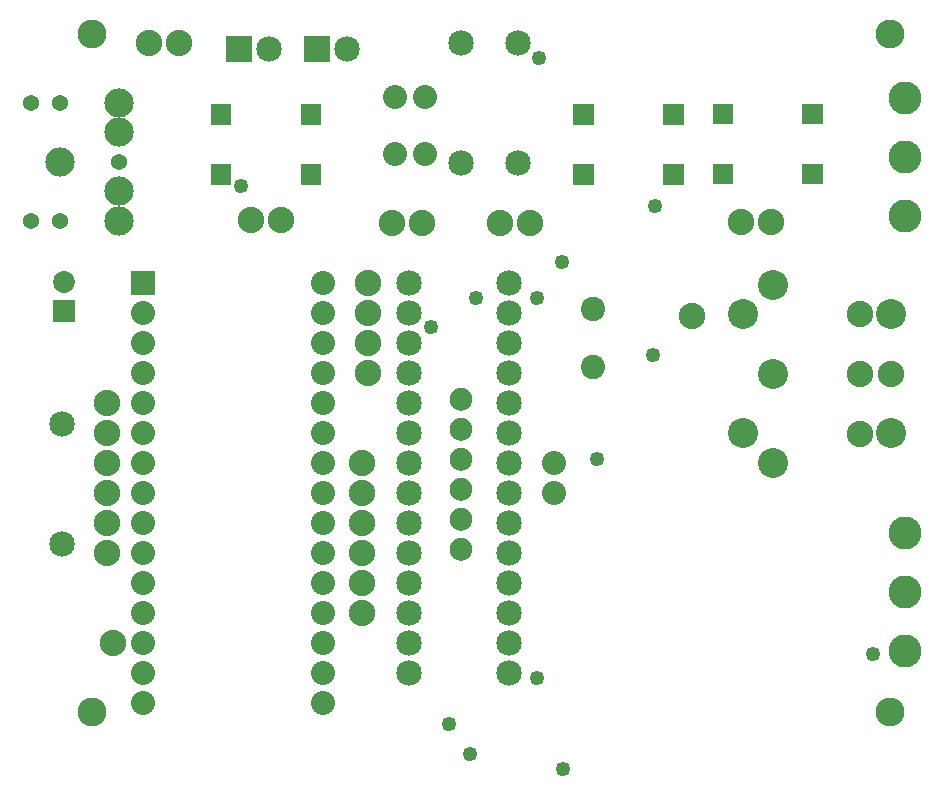
<source format=gbs>
G04 MADE WITH FRITZING*
G04 WWW.FRITZING.ORG*
G04 DOUBLE SIDED*
G04 HOLES PLATED*
G04 CONTOUR ON CENTER OF CONTOUR VECTOR*
%ASAXBY*%
%FSLAX23Y23*%
%MOIN*%
%OFA0B0*%
%SFA1.0B1.0*%
%ADD10C,0.049370*%
%ADD11C,0.110000*%
%ADD12C,0.085000*%
%ADD13C,0.088000*%
%ADD14C,0.080000*%
%ADD15C,0.072992*%
%ADD16C,0.096614*%
%ADD17C,0.100000*%
%ADD18C,0.069370*%
%ADD19C,0.097695*%
%ADD20C,0.097722*%
%ADD21C,0.054000*%
%ADD22C,0.080925*%
%ADD23C,0.080866*%
%ADD24R,0.072992X0.072992*%
%ADD25R,0.085000X0.085000*%
%ADD26R,0.079972X0.080000*%
%ADD27R,0.001000X0.001000*%
%LNMASK0*%
G90*
G70*
G54D10*
X752Y2003D03*
X1384Y1533D03*
X2856Y443D03*
X1534Y1632D03*
X1736Y1632D03*
X1825Y62D03*
X1736Y363D03*
G54D11*
X2964Y1905D03*
X2964Y2102D03*
X2964Y2299D03*
X2964Y455D03*
X2964Y652D03*
X2964Y849D03*
G54D10*
X1936Y1095D03*
G54D12*
X1644Y382D03*
X1644Y482D03*
X1644Y582D03*
X1644Y682D03*
X1644Y782D03*
X1644Y882D03*
X1644Y982D03*
X1644Y1082D03*
X1644Y1182D03*
X1644Y1282D03*
X1644Y1382D03*
X1644Y1482D03*
X1644Y1582D03*
X1312Y1682D03*
X1312Y1582D03*
X1312Y1482D03*
X1312Y1382D03*
X1312Y1282D03*
X1312Y1182D03*
X1312Y1082D03*
X1312Y982D03*
X1312Y882D03*
X1312Y782D03*
X1312Y682D03*
X1312Y582D03*
X1312Y482D03*
X1312Y382D03*
X1644Y1682D03*
G54D10*
X2124Y1442D03*
X1514Y112D03*
X1444Y212D03*
X1744Y2432D03*
G54D13*
X1714Y1882D03*
X1614Y1882D03*
X1354Y1882D03*
X1254Y1882D03*
X884Y1892D03*
X784Y1892D03*
X1154Y1082D03*
X1154Y982D03*
X1154Y882D03*
X1154Y782D03*
X1154Y682D03*
X1154Y582D03*
X304Y1282D03*
X304Y1182D03*
X304Y1082D03*
X304Y982D03*
X304Y882D03*
X304Y782D03*
X1174Y1682D03*
X1174Y1582D03*
X1174Y1482D03*
X1174Y1382D03*
G54D14*
X1794Y1082D03*
X1794Y982D03*
G54D15*
X159Y1586D03*
X159Y1684D03*
G54D12*
X154Y1212D03*
X154Y812D03*
G54D13*
X2254Y1572D03*
X324Y482D03*
X444Y2482D03*
X544Y2482D03*
X2917Y1377D03*
X2917Y1377D03*
X2813Y1178D03*
X2813Y1378D03*
X2813Y1578D03*
X2813Y1178D03*
X2813Y1378D03*
X2813Y1578D03*
X2518Y1885D03*
X2418Y1885D03*
G54D16*
X254Y2512D03*
X2914Y252D03*
X2914Y2512D03*
X254Y252D03*
G54D14*
X1264Y2112D03*
X1364Y2112D03*
G54D17*
X2524Y1379D03*
X2524Y1673D03*
X2524Y1082D03*
X2425Y1182D03*
X2425Y1576D03*
X2917Y1182D03*
X2917Y1576D03*
G54D14*
X1264Y2302D03*
X1364Y2302D03*
G54D18*
X1894Y2242D03*
X2194Y2242D03*
X1894Y2042D03*
X2194Y2042D03*
X2358Y2243D03*
X2658Y2243D03*
X2358Y2043D03*
X2658Y2043D03*
X684Y2242D03*
X984Y2242D03*
X684Y2042D03*
X984Y2042D03*
G54D19*
X148Y2085D03*
G54D20*
X344Y2282D03*
X344Y2184D03*
G54D19*
X344Y1987D03*
G54D20*
X344Y1888D03*
G54D21*
X49Y2282D03*
X49Y1888D03*
X148Y1888D03*
X344Y2085D03*
X148Y2282D03*
G54D12*
X1484Y2482D03*
X1484Y2082D03*
X1674Y2482D03*
X1674Y2082D03*
X1004Y2462D03*
X1104Y2462D03*
X744Y2462D03*
X844Y2462D03*
G54D14*
X424Y1682D03*
X424Y1582D03*
X424Y1482D03*
X424Y1382D03*
X424Y1282D03*
X424Y1182D03*
X424Y1082D03*
X424Y982D03*
X424Y882D03*
X424Y782D03*
X424Y682D03*
X424Y582D03*
X424Y482D03*
X424Y382D03*
X424Y282D03*
X1024Y1682D03*
X1024Y1582D03*
X1024Y1482D03*
X1024Y1382D03*
X1024Y1282D03*
X1024Y1182D03*
X1024Y1082D03*
X1024Y982D03*
X1024Y882D03*
X1024Y782D03*
X1024Y682D03*
X1024Y582D03*
X1024Y482D03*
X1024Y382D03*
X1024Y282D03*
G54D22*
X1924Y1595D03*
G54D23*
X1924Y1402D03*
G54D10*
X1821Y1750D03*
X2132Y1937D03*
G54D24*
X159Y1586D03*
G54D25*
X1004Y2462D03*
X744Y2462D03*
G54D26*
X424Y1682D03*
G54D27*
X2323Y2278D02*
X2391Y2278D01*
X2623Y2278D02*
X2691Y2278D01*
X650Y2277D02*
X718Y2277D01*
X950Y2277D02*
X1018Y2277D01*
X1859Y2277D02*
X1928Y2277D01*
X2159Y2277D02*
X2228Y2277D01*
X2323Y2277D02*
X2391Y2277D01*
X2622Y2277D02*
X2691Y2277D01*
X650Y2276D02*
X718Y2276D01*
X950Y2276D02*
X1018Y2276D01*
X1859Y2276D02*
X1928Y2276D01*
X2159Y2276D02*
X2228Y2276D01*
X2323Y2276D02*
X2391Y2276D01*
X2622Y2276D02*
X2691Y2276D01*
X650Y2275D02*
X718Y2275D01*
X950Y2275D02*
X1018Y2275D01*
X1859Y2275D02*
X1928Y2275D01*
X2159Y2275D02*
X2228Y2275D01*
X2323Y2275D02*
X2391Y2275D01*
X2622Y2275D02*
X2691Y2275D01*
X650Y2274D02*
X718Y2274D01*
X950Y2274D02*
X1018Y2274D01*
X1859Y2274D02*
X1928Y2274D01*
X2159Y2274D02*
X2228Y2274D01*
X2323Y2274D02*
X2391Y2274D01*
X2622Y2274D02*
X2691Y2274D01*
X650Y2273D02*
X718Y2273D01*
X950Y2273D02*
X1018Y2273D01*
X1859Y2273D02*
X1928Y2273D01*
X2159Y2273D02*
X2228Y2273D01*
X2323Y2273D02*
X2391Y2273D01*
X2622Y2273D02*
X2691Y2273D01*
X650Y2272D02*
X718Y2272D01*
X950Y2272D02*
X1018Y2272D01*
X1859Y2272D02*
X1928Y2272D01*
X2159Y2272D02*
X2228Y2272D01*
X2323Y2272D02*
X2391Y2272D01*
X2622Y2272D02*
X2691Y2272D01*
X650Y2271D02*
X718Y2271D01*
X950Y2271D02*
X1018Y2271D01*
X1859Y2271D02*
X1928Y2271D01*
X2159Y2271D02*
X2228Y2271D01*
X2323Y2271D02*
X2391Y2271D01*
X2622Y2271D02*
X2691Y2271D01*
X650Y2270D02*
X718Y2270D01*
X950Y2270D02*
X1018Y2270D01*
X1859Y2270D02*
X1928Y2270D01*
X2159Y2270D02*
X2228Y2270D01*
X2323Y2270D02*
X2391Y2270D01*
X2622Y2270D02*
X2691Y2270D01*
X650Y2269D02*
X718Y2269D01*
X950Y2269D02*
X1018Y2269D01*
X1859Y2269D02*
X1928Y2269D01*
X2159Y2269D02*
X2228Y2269D01*
X2323Y2269D02*
X2391Y2269D01*
X2622Y2269D02*
X2691Y2269D01*
X650Y2268D02*
X718Y2268D01*
X950Y2268D02*
X1018Y2268D01*
X1859Y2268D02*
X1928Y2268D01*
X2159Y2268D02*
X2228Y2268D01*
X2323Y2268D02*
X2391Y2268D01*
X2622Y2268D02*
X2691Y2268D01*
X650Y2267D02*
X718Y2267D01*
X950Y2267D02*
X1018Y2267D01*
X1859Y2267D02*
X1928Y2267D01*
X2159Y2267D02*
X2228Y2267D01*
X2323Y2267D02*
X2391Y2267D01*
X2622Y2267D02*
X2691Y2267D01*
X650Y2266D02*
X718Y2266D01*
X950Y2266D02*
X1018Y2266D01*
X1859Y2266D02*
X1928Y2266D01*
X2159Y2266D02*
X2228Y2266D01*
X2323Y2266D02*
X2391Y2266D01*
X2622Y2266D02*
X2691Y2266D01*
X650Y2265D02*
X718Y2265D01*
X950Y2265D02*
X1018Y2265D01*
X1859Y2265D02*
X1928Y2265D01*
X2159Y2265D02*
X2228Y2265D01*
X2323Y2265D02*
X2391Y2265D01*
X2622Y2265D02*
X2691Y2265D01*
X650Y2264D02*
X718Y2264D01*
X950Y2264D02*
X1018Y2264D01*
X1859Y2264D02*
X1928Y2264D01*
X2159Y2264D02*
X2228Y2264D01*
X2323Y2264D02*
X2391Y2264D01*
X2622Y2264D02*
X2691Y2264D01*
X650Y2263D02*
X718Y2263D01*
X950Y2263D02*
X1018Y2263D01*
X1859Y2263D02*
X1928Y2263D01*
X2159Y2263D02*
X2228Y2263D01*
X2323Y2263D02*
X2391Y2263D01*
X2622Y2263D02*
X2691Y2263D01*
X650Y2262D02*
X718Y2262D01*
X950Y2262D02*
X1018Y2262D01*
X1859Y2262D02*
X1928Y2262D01*
X2159Y2262D02*
X2228Y2262D01*
X2323Y2262D02*
X2391Y2262D01*
X2622Y2262D02*
X2691Y2262D01*
X650Y2261D02*
X718Y2261D01*
X950Y2261D02*
X1018Y2261D01*
X1859Y2261D02*
X1928Y2261D01*
X2159Y2261D02*
X2228Y2261D01*
X2323Y2261D02*
X2391Y2261D01*
X2622Y2261D02*
X2691Y2261D01*
X650Y2260D02*
X718Y2260D01*
X950Y2260D02*
X1018Y2260D01*
X1859Y2260D02*
X1928Y2260D01*
X2159Y2260D02*
X2228Y2260D01*
X2323Y2260D02*
X2391Y2260D01*
X2622Y2260D02*
X2691Y2260D01*
X650Y2259D02*
X718Y2259D01*
X950Y2259D02*
X1018Y2259D01*
X1859Y2259D02*
X1928Y2259D01*
X2159Y2259D02*
X2228Y2259D01*
X2323Y2259D02*
X2391Y2259D01*
X2622Y2259D02*
X2691Y2259D01*
X650Y2258D02*
X718Y2258D01*
X950Y2258D02*
X1018Y2258D01*
X1859Y2258D02*
X1928Y2258D01*
X2159Y2258D02*
X2228Y2258D01*
X2323Y2258D02*
X2353Y2258D01*
X2361Y2258D02*
X2391Y2258D01*
X2622Y2258D02*
X2653Y2258D01*
X2661Y2258D02*
X2691Y2258D01*
X650Y2257D02*
X679Y2257D01*
X688Y2257D02*
X718Y2257D01*
X950Y2257D02*
X979Y2257D01*
X988Y2257D02*
X1018Y2257D01*
X1859Y2257D02*
X1889Y2257D01*
X1898Y2257D02*
X1928Y2257D01*
X2159Y2257D02*
X2189Y2257D01*
X2198Y2257D02*
X2228Y2257D01*
X2323Y2257D02*
X2350Y2257D01*
X2364Y2257D02*
X2391Y2257D01*
X2622Y2257D02*
X2650Y2257D01*
X2664Y2257D02*
X2691Y2257D01*
X650Y2256D02*
X677Y2256D01*
X691Y2256D02*
X718Y2256D01*
X950Y2256D02*
X977Y2256D01*
X991Y2256D02*
X1018Y2256D01*
X1859Y2256D02*
X1887Y2256D01*
X1901Y2256D02*
X1928Y2256D01*
X2159Y2256D02*
X2186Y2256D01*
X2201Y2256D02*
X2228Y2256D01*
X2323Y2256D02*
X2348Y2256D01*
X2365Y2256D02*
X2391Y2256D01*
X2622Y2256D02*
X2648Y2256D01*
X2665Y2256D02*
X2691Y2256D01*
X650Y2255D02*
X675Y2255D01*
X693Y2255D02*
X718Y2255D01*
X950Y2255D02*
X975Y2255D01*
X992Y2255D02*
X1018Y2255D01*
X1859Y2255D02*
X1885Y2255D01*
X1902Y2255D02*
X1928Y2255D01*
X2159Y2255D02*
X2185Y2255D01*
X2202Y2255D02*
X2228Y2255D01*
X2323Y2255D02*
X2347Y2255D01*
X2367Y2255D02*
X2391Y2255D01*
X2622Y2255D02*
X2647Y2255D01*
X2667Y2255D02*
X2691Y2255D01*
X650Y2254D02*
X674Y2254D01*
X694Y2254D02*
X718Y2254D01*
X950Y2254D02*
X974Y2254D01*
X994Y2254D02*
X1018Y2254D01*
X1859Y2254D02*
X1884Y2254D01*
X1903Y2254D02*
X1928Y2254D01*
X2159Y2254D02*
X2184Y2254D01*
X2203Y2254D02*
X2228Y2254D01*
X2323Y2254D02*
X2346Y2254D01*
X2368Y2254D02*
X2391Y2254D01*
X2622Y2254D02*
X2646Y2254D01*
X2668Y2254D02*
X2691Y2254D01*
X650Y2253D02*
X673Y2253D01*
X695Y2253D02*
X718Y2253D01*
X950Y2253D02*
X973Y2253D01*
X995Y2253D02*
X1018Y2253D01*
X1859Y2253D02*
X1883Y2253D01*
X1905Y2253D02*
X1928Y2253D01*
X2159Y2253D02*
X2182Y2253D01*
X2205Y2253D02*
X2228Y2253D01*
X2323Y2253D02*
X2345Y2253D01*
X2369Y2253D02*
X2391Y2253D01*
X2622Y2253D02*
X2645Y2253D01*
X2669Y2253D02*
X2691Y2253D01*
X650Y2252D02*
X672Y2252D01*
X696Y2252D02*
X718Y2252D01*
X950Y2252D02*
X972Y2252D01*
X996Y2252D02*
X1018Y2252D01*
X1859Y2252D02*
X1882Y2252D01*
X1905Y2252D02*
X1928Y2252D01*
X2159Y2252D02*
X2182Y2252D01*
X2205Y2252D02*
X2228Y2252D01*
X2323Y2252D02*
X2344Y2252D01*
X2369Y2252D02*
X2391Y2252D01*
X2622Y2252D02*
X2644Y2252D01*
X2669Y2252D02*
X2691Y2252D01*
X650Y2251D02*
X671Y2251D01*
X696Y2251D02*
X718Y2251D01*
X950Y2251D02*
X971Y2251D01*
X996Y2251D02*
X1018Y2251D01*
X1859Y2251D02*
X1881Y2251D01*
X1906Y2251D02*
X1928Y2251D01*
X2159Y2251D02*
X2181Y2251D01*
X2206Y2251D02*
X2228Y2251D01*
X2323Y2251D02*
X2343Y2251D01*
X2370Y2251D02*
X2391Y2251D01*
X2622Y2251D02*
X2643Y2251D01*
X2670Y2251D02*
X2691Y2251D01*
X650Y2250D02*
X670Y2250D01*
X697Y2250D02*
X718Y2250D01*
X950Y2250D02*
X970Y2250D01*
X997Y2250D02*
X1018Y2250D01*
X1859Y2250D02*
X1880Y2250D01*
X1907Y2250D02*
X1928Y2250D01*
X2159Y2250D02*
X2180Y2250D01*
X2207Y2250D02*
X2228Y2250D01*
X2323Y2250D02*
X2343Y2250D01*
X2371Y2250D02*
X2391Y2250D01*
X2622Y2250D02*
X2643Y2250D01*
X2671Y2250D02*
X2691Y2250D01*
X650Y2249D02*
X670Y2249D01*
X698Y2249D02*
X718Y2249D01*
X950Y2249D02*
X970Y2249D01*
X998Y2249D02*
X1018Y2249D01*
X1859Y2249D02*
X1880Y2249D01*
X1907Y2249D02*
X1928Y2249D01*
X2159Y2249D02*
X2180Y2249D01*
X2207Y2249D02*
X2228Y2249D01*
X2323Y2249D02*
X2342Y2249D01*
X2371Y2249D02*
X2391Y2249D01*
X2622Y2249D02*
X2642Y2249D01*
X2671Y2249D02*
X2691Y2249D01*
X650Y2248D02*
X669Y2248D01*
X698Y2248D02*
X718Y2248D01*
X950Y2248D02*
X969Y2248D01*
X998Y2248D02*
X1018Y2248D01*
X1859Y2248D02*
X1879Y2248D01*
X1908Y2248D02*
X1928Y2248D01*
X2159Y2248D02*
X2179Y2248D01*
X2208Y2248D02*
X2228Y2248D01*
X2323Y2248D02*
X2342Y2248D01*
X2371Y2248D02*
X2391Y2248D01*
X2622Y2248D02*
X2642Y2248D01*
X2671Y2248D02*
X2691Y2248D01*
X650Y2247D02*
X669Y2247D01*
X698Y2247D02*
X718Y2247D01*
X950Y2247D02*
X969Y2247D01*
X998Y2247D02*
X1018Y2247D01*
X1859Y2247D02*
X1879Y2247D01*
X1908Y2247D02*
X1928Y2247D01*
X2159Y2247D02*
X2179Y2247D01*
X2208Y2247D02*
X2228Y2247D01*
X2323Y2247D02*
X2342Y2247D01*
X2372Y2247D02*
X2391Y2247D01*
X2622Y2247D02*
X2642Y2247D01*
X2672Y2247D02*
X2691Y2247D01*
X650Y2246D02*
X669Y2246D01*
X699Y2246D02*
X718Y2246D01*
X950Y2246D02*
X969Y2246D01*
X999Y2246D02*
X1018Y2246D01*
X1859Y2246D02*
X1879Y2246D01*
X1908Y2246D02*
X1928Y2246D01*
X2159Y2246D02*
X2179Y2246D01*
X2208Y2246D02*
X2228Y2246D01*
X2323Y2246D02*
X2342Y2246D01*
X2372Y2246D02*
X2391Y2246D01*
X2622Y2246D02*
X2642Y2246D01*
X2672Y2246D02*
X2691Y2246D01*
X650Y2245D02*
X669Y2245D01*
X699Y2245D02*
X718Y2245D01*
X950Y2245D02*
X969Y2245D01*
X999Y2245D02*
X1018Y2245D01*
X1859Y2245D02*
X1879Y2245D01*
X1909Y2245D02*
X1928Y2245D01*
X2159Y2245D02*
X2178Y2245D01*
X2208Y2245D02*
X2228Y2245D01*
X2323Y2245D02*
X2342Y2245D01*
X2372Y2245D02*
X2391Y2245D01*
X2622Y2245D02*
X2642Y2245D01*
X2672Y2245D02*
X2691Y2245D01*
X650Y2244D02*
X669Y2244D01*
X699Y2244D02*
X718Y2244D01*
X950Y2244D02*
X969Y2244D01*
X999Y2244D02*
X1018Y2244D01*
X1859Y2244D02*
X1878Y2244D01*
X1909Y2244D02*
X1928Y2244D01*
X2159Y2244D02*
X2178Y2244D01*
X2209Y2244D02*
X2228Y2244D01*
X2323Y2244D02*
X2342Y2244D01*
X2372Y2244D02*
X2391Y2244D01*
X2622Y2244D02*
X2642Y2244D01*
X2672Y2244D02*
X2691Y2244D01*
X650Y2243D02*
X669Y2243D01*
X699Y2243D02*
X718Y2243D01*
X950Y2243D02*
X969Y2243D01*
X999Y2243D02*
X1018Y2243D01*
X1859Y2243D02*
X1878Y2243D01*
X1909Y2243D02*
X1928Y2243D01*
X2159Y2243D02*
X2178Y2243D01*
X2209Y2243D02*
X2228Y2243D01*
X2323Y2243D02*
X2342Y2243D01*
X2372Y2243D02*
X2391Y2243D01*
X2622Y2243D02*
X2642Y2243D01*
X2672Y2243D02*
X2691Y2243D01*
X650Y2242D02*
X669Y2242D01*
X699Y2242D02*
X718Y2242D01*
X950Y2242D02*
X969Y2242D01*
X999Y2242D02*
X1018Y2242D01*
X1859Y2242D02*
X1878Y2242D01*
X1909Y2242D02*
X1928Y2242D01*
X2159Y2242D02*
X2178Y2242D01*
X2209Y2242D02*
X2228Y2242D01*
X2323Y2242D02*
X2342Y2242D01*
X2372Y2242D02*
X2391Y2242D01*
X2622Y2242D02*
X2642Y2242D01*
X2672Y2242D02*
X2691Y2242D01*
X650Y2241D02*
X669Y2241D01*
X699Y2241D02*
X718Y2241D01*
X950Y2241D02*
X969Y2241D01*
X999Y2241D02*
X1018Y2241D01*
X1859Y2241D02*
X1879Y2241D01*
X1909Y2241D02*
X1928Y2241D01*
X2159Y2241D02*
X2178Y2241D01*
X2209Y2241D02*
X2228Y2241D01*
X2323Y2241D02*
X2342Y2241D01*
X2372Y2241D02*
X2391Y2241D01*
X2622Y2241D02*
X2642Y2241D01*
X2672Y2241D02*
X2691Y2241D01*
X650Y2240D02*
X669Y2240D01*
X699Y2240D02*
X718Y2240D01*
X950Y2240D02*
X969Y2240D01*
X999Y2240D02*
X1018Y2240D01*
X1859Y2240D02*
X1879Y2240D01*
X1908Y2240D02*
X1928Y2240D01*
X2159Y2240D02*
X2179Y2240D01*
X2208Y2240D02*
X2228Y2240D01*
X2323Y2240D02*
X2342Y2240D01*
X2371Y2240D02*
X2391Y2240D01*
X2622Y2240D02*
X2642Y2240D01*
X2671Y2240D02*
X2691Y2240D01*
X650Y2239D02*
X669Y2239D01*
X698Y2239D02*
X718Y2239D01*
X950Y2239D02*
X969Y2239D01*
X998Y2239D02*
X1018Y2239D01*
X1859Y2239D02*
X1879Y2239D01*
X1908Y2239D02*
X1928Y2239D01*
X2159Y2239D02*
X2179Y2239D01*
X2208Y2239D02*
X2228Y2239D01*
X2323Y2239D02*
X2342Y2239D01*
X2371Y2239D02*
X2391Y2239D01*
X2622Y2239D02*
X2642Y2239D01*
X2671Y2239D02*
X2691Y2239D01*
X650Y2238D02*
X669Y2238D01*
X698Y2238D02*
X718Y2238D01*
X950Y2238D02*
X969Y2238D01*
X998Y2238D02*
X1018Y2238D01*
X1859Y2238D02*
X1879Y2238D01*
X1908Y2238D02*
X1928Y2238D01*
X2159Y2238D02*
X2179Y2238D01*
X2208Y2238D02*
X2228Y2238D01*
X2323Y2238D02*
X2343Y2238D01*
X2371Y2238D02*
X2391Y2238D01*
X2622Y2238D02*
X2643Y2238D01*
X2671Y2238D02*
X2691Y2238D01*
X650Y2237D02*
X670Y2237D01*
X698Y2237D02*
X718Y2237D01*
X950Y2237D02*
X970Y2237D01*
X998Y2237D02*
X1018Y2237D01*
X1859Y2237D02*
X1879Y2237D01*
X1908Y2237D02*
X1928Y2237D01*
X2159Y2237D02*
X2179Y2237D01*
X2208Y2237D02*
X2228Y2237D01*
X2323Y2237D02*
X2343Y2237D01*
X2370Y2237D02*
X2391Y2237D01*
X2622Y2237D02*
X2643Y2237D01*
X2670Y2237D02*
X2691Y2237D01*
X650Y2236D02*
X670Y2236D01*
X697Y2236D02*
X718Y2236D01*
X950Y2236D02*
X970Y2236D01*
X997Y2236D02*
X1018Y2236D01*
X1859Y2236D02*
X1880Y2236D01*
X1907Y2236D02*
X1928Y2236D01*
X2159Y2236D02*
X2180Y2236D01*
X2207Y2236D02*
X2228Y2236D01*
X2323Y2236D02*
X2344Y2236D01*
X2370Y2236D02*
X2391Y2236D01*
X2622Y2236D02*
X2644Y2236D01*
X2670Y2236D02*
X2691Y2236D01*
X650Y2235D02*
X671Y2235D01*
X697Y2235D02*
X718Y2235D01*
X950Y2235D02*
X971Y2235D01*
X997Y2235D02*
X1018Y2235D01*
X1859Y2235D02*
X1881Y2235D01*
X1907Y2235D02*
X1928Y2235D01*
X2159Y2235D02*
X2181Y2235D01*
X2206Y2235D02*
X2228Y2235D01*
X2323Y2235D02*
X2344Y2235D01*
X2369Y2235D02*
X2391Y2235D01*
X2622Y2235D02*
X2644Y2235D01*
X2669Y2235D02*
X2691Y2235D01*
X650Y2234D02*
X672Y2234D01*
X696Y2234D02*
X718Y2234D01*
X950Y2234D02*
X972Y2234D01*
X996Y2234D02*
X1018Y2234D01*
X1859Y2234D02*
X1881Y2234D01*
X1906Y2234D02*
X1928Y2234D01*
X2159Y2234D02*
X2181Y2234D01*
X2206Y2234D02*
X2228Y2234D01*
X2323Y2234D02*
X2345Y2234D01*
X2368Y2234D02*
X2391Y2234D01*
X2622Y2234D02*
X2645Y2234D01*
X2668Y2234D02*
X2691Y2234D01*
X650Y2233D02*
X672Y2233D01*
X695Y2233D02*
X718Y2233D01*
X950Y2233D02*
X972Y2233D01*
X995Y2233D02*
X1018Y2233D01*
X1859Y2233D02*
X1882Y2233D01*
X1905Y2233D02*
X1928Y2233D01*
X2159Y2233D02*
X2182Y2233D01*
X2205Y2233D02*
X2228Y2233D01*
X2323Y2233D02*
X2346Y2233D01*
X2367Y2233D02*
X2391Y2233D01*
X2622Y2233D02*
X2646Y2233D01*
X2667Y2233D02*
X2691Y2233D01*
X650Y2232D02*
X673Y2232D01*
X694Y2232D02*
X718Y2232D01*
X950Y2232D02*
X973Y2232D01*
X994Y2232D02*
X1018Y2232D01*
X1859Y2232D02*
X1883Y2232D01*
X1904Y2232D02*
X1928Y2232D01*
X2159Y2232D02*
X2183Y2232D01*
X2204Y2232D02*
X2228Y2232D01*
X2323Y2232D02*
X2347Y2232D01*
X2366Y2232D02*
X2391Y2232D01*
X2622Y2232D02*
X2647Y2232D01*
X2666Y2232D02*
X2691Y2232D01*
X650Y2231D02*
X675Y2231D01*
X693Y2231D02*
X718Y2231D01*
X950Y2231D02*
X975Y2231D01*
X993Y2231D02*
X1018Y2231D01*
X1859Y2231D02*
X1884Y2231D01*
X1903Y2231D02*
X1928Y2231D01*
X2159Y2231D02*
X2184Y2231D01*
X2203Y2231D02*
X2228Y2231D01*
X2323Y2231D02*
X2349Y2231D01*
X2365Y2231D02*
X2391Y2231D01*
X2622Y2231D02*
X2649Y2231D01*
X2664Y2231D02*
X2691Y2231D01*
X650Y2230D02*
X676Y2230D01*
X691Y2230D02*
X718Y2230D01*
X950Y2230D02*
X976Y2230D01*
X991Y2230D02*
X1018Y2230D01*
X1859Y2230D02*
X1886Y2230D01*
X1901Y2230D02*
X1928Y2230D01*
X2159Y2230D02*
X2186Y2230D01*
X2201Y2230D02*
X2228Y2230D01*
X2323Y2230D02*
X2351Y2230D01*
X2363Y2230D02*
X2391Y2230D01*
X2622Y2230D02*
X2651Y2230D01*
X2662Y2230D02*
X2691Y2230D01*
X650Y2229D02*
X678Y2229D01*
X689Y2229D02*
X718Y2229D01*
X950Y2229D02*
X978Y2229D01*
X989Y2229D02*
X1018Y2229D01*
X1859Y2229D02*
X1888Y2229D01*
X1899Y2229D02*
X1928Y2229D01*
X2159Y2229D02*
X2188Y2229D01*
X2199Y2229D02*
X2228Y2229D01*
X2323Y2229D02*
X2391Y2229D01*
X2622Y2229D02*
X2691Y2229D01*
X650Y2228D02*
X718Y2228D01*
X950Y2228D02*
X1018Y2228D01*
X1859Y2228D02*
X1928Y2228D01*
X2159Y2228D02*
X2228Y2228D01*
X2323Y2228D02*
X2391Y2228D01*
X2622Y2228D02*
X2691Y2228D01*
X650Y2227D02*
X718Y2227D01*
X950Y2227D02*
X1018Y2227D01*
X1859Y2227D02*
X1928Y2227D01*
X2159Y2227D02*
X2228Y2227D01*
X2323Y2227D02*
X2391Y2227D01*
X2622Y2227D02*
X2691Y2227D01*
X650Y2226D02*
X718Y2226D01*
X950Y2226D02*
X1018Y2226D01*
X1859Y2226D02*
X1928Y2226D01*
X2159Y2226D02*
X2228Y2226D01*
X2323Y2226D02*
X2391Y2226D01*
X2622Y2226D02*
X2691Y2226D01*
X650Y2225D02*
X718Y2225D01*
X950Y2225D02*
X1018Y2225D01*
X1859Y2225D02*
X1928Y2225D01*
X2159Y2225D02*
X2228Y2225D01*
X2323Y2225D02*
X2391Y2225D01*
X2622Y2225D02*
X2691Y2225D01*
X650Y2224D02*
X718Y2224D01*
X950Y2224D02*
X1018Y2224D01*
X1859Y2224D02*
X1928Y2224D01*
X2159Y2224D02*
X2228Y2224D01*
X2323Y2224D02*
X2391Y2224D01*
X2622Y2224D02*
X2691Y2224D01*
X650Y2223D02*
X718Y2223D01*
X950Y2223D02*
X1018Y2223D01*
X1859Y2223D02*
X1928Y2223D01*
X2159Y2223D02*
X2228Y2223D01*
X2323Y2223D02*
X2391Y2223D01*
X2622Y2223D02*
X2691Y2223D01*
X650Y2222D02*
X718Y2222D01*
X950Y2222D02*
X1018Y2222D01*
X1859Y2222D02*
X1928Y2222D01*
X2159Y2222D02*
X2228Y2222D01*
X2323Y2222D02*
X2391Y2222D01*
X2622Y2222D02*
X2691Y2222D01*
X650Y2221D02*
X718Y2221D01*
X950Y2221D02*
X1018Y2221D01*
X1859Y2221D02*
X1928Y2221D01*
X2159Y2221D02*
X2228Y2221D01*
X2323Y2221D02*
X2391Y2221D01*
X2622Y2221D02*
X2691Y2221D01*
X650Y2220D02*
X718Y2220D01*
X950Y2220D02*
X1018Y2220D01*
X1859Y2220D02*
X1928Y2220D01*
X2159Y2220D02*
X2228Y2220D01*
X2323Y2220D02*
X2391Y2220D01*
X2622Y2220D02*
X2691Y2220D01*
X650Y2219D02*
X718Y2219D01*
X950Y2219D02*
X1018Y2219D01*
X1859Y2219D02*
X1928Y2219D01*
X2159Y2219D02*
X2228Y2219D01*
X2323Y2219D02*
X2391Y2219D01*
X2622Y2219D02*
X2691Y2219D01*
X650Y2218D02*
X718Y2218D01*
X950Y2218D02*
X1018Y2218D01*
X1859Y2218D02*
X1928Y2218D01*
X2159Y2218D02*
X2228Y2218D01*
X2323Y2218D02*
X2391Y2218D01*
X2622Y2218D02*
X2691Y2218D01*
X650Y2217D02*
X718Y2217D01*
X950Y2217D02*
X1018Y2217D01*
X1859Y2217D02*
X1928Y2217D01*
X2159Y2217D02*
X2228Y2217D01*
X2323Y2217D02*
X2391Y2217D01*
X2622Y2217D02*
X2691Y2217D01*
X650Y2216D02*
X718Y2216D01*
X950Y2216D02*
X1018Y2216D01*
X1859Y2216D02*
X1928Y2216D01*
X2159Y2216D02*
X2228Y2216D01*
X2323Y2216D02*
X2391Y2216D01*
X2622Y2216D02*
X2691Y2216D01*
X650Y2215D02*
X718Y2215D01*
X950Y2215D02*
X1018Y2215D01*
X1859Y2215D02*
X1928Y2215D01*
X2159Y2215D02*
X2228Y2215D01*
X2323Y2215D02*
X2391Y2215D01*
X2622Y2215D02*
X2691Y2215D01*
X650Y2214D02*
X718Y2214D01*
X950Y2214D02*
X1018Y2214D01*
X1859Y2214D02*
X1928Y2214D01*
X2159Y2214D02*
X2228Y2214D01*
X2323Y2214D02*
X2391Y2214D01*
X2622Y2214D02*
X2691Y2214D01*
X650Y2213D02*
X718Y2213D01*
X950Y2213D02*
X1018Y2213D01*
X1859Y2213D02*
X1928Y2213D01*
X2159Y2213D02*
X2228Y2213D01*
X2323Y2213D02*
X2391Y2213D01*
X2622Y2213D02*
X2691Y2213D01*
X650Y2212D02*
X718Y2212D01*
X950Y2212D02*
X1018Y2212D01*
X1859Y2212D02*
X1928Y2212D01*
X2159Y2212D02*
X2228Y2212D01*
X2323Y2212D02*
X2391Y2212D01*
X2622Y2212D02*
X2691Y2212D01*
X650Y2211D02*
X718Y2211D01*
X950Y2211D02*
X1018Y2211D01*
X1859Y2211D02*
X1928Y2211D01*
X2159Y2211D02*
X2228Y2211D01*
X2323Y2211D02*
X2391Y2211D01*
X2622Y2211D02*
X2691Y2211D01*
X650Y2210D02*
X718Y2210D01*
X950Y2210D02*
X1018Y2210D01*
X1859Y2210D02*
X1928Y2210D01*
X2159Y2210D02*
X2228Y2210D01*
X2323Y2210D02*
X2391Y2210D01*
X2622Y2210D02*
X2691Y2210D01*
X650Y2209D02*
X718Y2209D01*
X950Y2209D02*
X1018Y2209D01*
X1859Y2209D02*
X1928Y2209D01*
X2159Y2209D02*
X2228Y2209D01*
X2323Y2078D02*
X2391Y2078D01*
X2623Y2078D02*
X2691Y2078D01*
X650Y2077D02*
X718Y2077D01*
X950Y2077D02*
X1018Y2077D01*
X1859Y2077D02*
X1928Y2077D01*
X2159Y2077D02*
X2228Y2077D01*
X2323Y2077D02*
X2391Y2077D01*
X2622Y2077D02*
X2691Y2077D01*
X650Y2076D02*
X718Y2076D01*
X950Y2076D02*
X1018Y2076D01*
X1859Y2076D02*
X1928Y2076D01*
X2159Y2076D02*
X2228Y2076D01*
X2323Y2076D02*
X2391Y2076D01*
X2622Y2076D02*
X2691Y2076D01*
X650Y2075D02*
X718Y2075D01*
X950Y2075D02*
X1018Y2075D01*
X1859Y2075D02*
X1928Y2075D01*
X2159Y2075D02*
X2228Y2075D01*
X2323Y2075D02*
X2391Y2075D01*
X2622Y2075D02*
X2691Y2075D01*
X650Y2074D02*
X718Y2074D01*
X950Y2074D02*
X1018Y2074D01*
X1859Y2074D02*
X1928Y2074D01*
X2159Y2074D02*
X2228Y2074D01*
X2323Y2074D02*
X2391Y2074D01*
X2622Y2074D02*
X2691Y2074D01*
X650Y2073D02*
X718Y2073D01*
X950Y2073D02*
X1018Y2073D01*
X1859Y2073D02*
X1928Y2073D01*
X2159Y2073D02*
X2228Y2073D01*
X2323Y2073D02*
X2391Y2073D01*
X2622Y2073D02*
X2691Y2073D01*
X650Y2072D02*
X718Y2072D01*
X950Y2072D02*
X1018Y2072D01*
X1859Y2072D02*
X1928Y2072D01*
X2159Y2072D02*
X2228Y2072D01*
X2323Y2072D02*
X2391Y2072D01*
X2622Y2072D02*
X2691Y2072D01*
X650Y2071D02*
X718Y2071D01*
X950Y2071D02*
X1018Y2071D01*
X1859Y2071D02*
X1928Y2071D01*
X2159Y2071D02*
X2228Y2071D01*
X2323Y2071D02*
X2391Y2071D01*
X2622Y2071D02*
X2691Y2071D01*
X650Y2070D02*
X718Y2070D01*
X950Y2070D02*
X1018Y2070D01*
X1859Y2070D02*
X1928Y2070D01*
X2159Y2070D02*
X2228Y2070D01*
X2323Y2070D02*
X2391Y2070D01*
X2622Y2070D02*
X2691Y2070D01*
X650Y2069D02*
X718Y2069D01*
X950Y2069D02*
X1018Y2069D01*
X1859Y2069D02*
X1928Y2069D01*
X2159Y2069D02*
X2228Y2069D01*
X2323Y2069D02*
X2391Y2069D01*
X2622Y2069D02*
X2691Y2069D01*
X650Y2068D02*
X718Y2068D01*
X950Y2068D02*
X1018Y2068D01*
X1859Y2068D02*
X1928Y2068D01*
X2159Y2068D02*
X2228Y2068D01*
X2323Y2068D02*
X2391Y2068D01*
X2622Y2068D02*
X2691Y2068D01*
X650Y2067D02*
X718Y2067D01*
X950Y2067D02*
X1018Y2067D01*
X1859Y2067D02*
X1928Y2067D01*
X2159Y2067D02*
X2228Y2067D01*
X2323Y2067D02*
X2391Y2067D01*
X2622Y2067D02*
X2691Y2067D01*
X650Y2066D02*
X718Y2066D01*
X950Y2066D02*
X1018Y2066D01*
X1859Y2066D02*
X1928Y2066D01*
X2159Y2066D02*
X2228Y2066D01*
X2323Y2066D02*
X2391Y2066D01*
X2622Y2066D02*
X2691Y2066D01*
X650Y2065D02*
X718Y2065D01*
X950Y2065D02*
X1018Y2065D01*
X1859Y2065D02*
X1928Y2065D01*
X2159Y2065D02*
X2228Y2065D01*
X2323Y2065D02*
X2391Y2065D01*
X2622Y2065D02*
X2691Y2065D01*
X650Y2064D02*
X718Y2064D01*
X950Y2064D02*
X1018Y2064D01*
X1859Y2064D02*
X1928Y2064D01*
X2159Y2064D02*
X2228Y2064D01*
X2323Y2064D02*
X2391Y2064D01*
X2622Y2064D02*
X2691Y2064D01*
X650Y2063D02*
X718Y2063D01*
X950Y2063D02*
X1018Y2063D01*
X1859Y2063D02*
X1928Y2063D01*
X2159Y2063D02*
X2228Y2063D01*
X2323Y2063D02*
X2391Y2063D01*
X2622Y2063D02*
X2691Y2063D01*
X650Y2062D02*
X718Y2062D01*
X950Y2062D02*
X1018Y2062D01*
X1859Y2062D02*
X1928Y2062D01*
X2159Y2062D02*
X2228Y2062D01*
X2323Y2062D02*
X2391Y2062D01*
X2622Y2062D02*
X2691Y2062D01*
X650Y2061D02*
X718Y2061D01*
X950Y2061D02*
X1018Y2061D01*
X1859Y2061D02*
X1928Y2061D01*
X2159Y2061D02*
X2228Y2061D01*
X2323Y2061D02*
X2391Y2061D01*
X2622Y2061D02*
X2691Y2061D01*
X650Y2060D02*
X718Y2060D01*
X950Y2060D02*
X1018Y2060D01*
X1859Y2060D02*
X1928Y2060D01*
X2159Y2060D02*
X2228Y2060D01*
X2323Y2060D02*
X2391Y2060D01*
X2622Y2060D02*
X2691Y2060D01*
X650Y2059D02*
X718Y2059D01*
X950Y2059D02*
X1018Y2059D01*
X1859Y2059D02*
X1928Y2059D01*
X2159Y2059D02*
X2228Y2059D01*
X2323Y2059D02*
X2391Y2059D01*
X2622Y2059D02*
X2691Y2059D01*
X650Y2058D02*
X718Y2058D01*
X950Y2058D02*
X1018Y2058D01*
X1859Y2058D02*
X1928Y2058D01*
X2159Y2058D02*
X2228Y2058D01*
X2323Y2058D02*
X2352Y2058D01*
X2361Y2058D02*
X2391Y2058D01*
X2622Y2058D02*
X2652Y2058D01*
X2661Y2058D02*
X2691Y2058D01*
X650Y2057D02*
X679Y2057D01*
X688Y2057D02*
X718Y2057D01*
X950Y2057D02*
X979Y2057D01*
X988Y2057D02*
X1018Y2057D01*
X1859Y2057D02*
X1889Y2057D01*
X1898Y2057D02*
X1928Y2057D01*
X2159Y2057D02*
X2189Y2057D01*
X2198Y2057D02*
X2228Y2057D01*
X2323Y2057D02*
X2350Y2057D01*
X2364Y2057D02*
X2391Y2057D01*
X2622Y2057D02*
X2650Y2057D01*
X2664Y2057D02*
X2691Y2057D01*
X650Y2056D02*
X677Y2056D01*
X691Y2056D02*
X718Y2056D01*
X950Y2056D02*
X977Y2056D01*
X991Y2056D02*
X1018Y2056D01*
X1859Y2056D02*
X1886Y2056D01*
X1901Y2056D02*
X1928Y2056D01*
X2159Y2056D02*
X2186Y2056D01*
X2201Y2056D02*
X2228Y2056D01*
X2323Y2056D02*
X2348Y2056D01*
X2365Y2056D02*
X2391Y2056D01*
X2622Y2056D02*
X2648Y2056D01*
X2665Y2056D02*
X2691Y2056D01*
X650Y2055D02*
X675Y2055D01*
X693Y2055D02*
X718Y2055D01*
X950Y2055D02*
X975Y2055D01*
X993Y2055D02*
X1018Y2055D01*
X1859Y2055D02*
X1885Y2055D01*
X1902Y2055D02*
X1928Y2055D01*
X2159Y2055D02*
X2185Y2055D01*
X2202Y2055D02*
X2228Y2055D01*
X2323Y2055D02*
X2347Y2055D01*
X2367Y2055D02*
X2391Y2055D01*
X2622Y2055D02*
X2647Y2055D01*
X2667Y2055D02*
X2691Y2055D01*
X650Y2054D02*
X674Y2054D01*
X694Y2054D02*
X718Y2054D01*
X950Y2054D02*
X974Y2054D01*
X994Y2054D02*
X1018Y2054D01*
X1859Y2054D02*
X1884Y2054D01*
X1904Y2054D02*
X1928Y2054D01*
X2159Y2054D02*
X2183Y2054D01*
X2203Y2054D02*
X2228Y2054D01*
X2323Y2054D02*
X2346Y2054D01*
X2368Y2054D02*
X2391Y2054D01*
X2622Y2054D02*
X2646Y2054D01*
X2668Y2054D02*
X2691Y2054D01*
X650Y2053D02*
X673Y2053D01*
X695Y2053D02*
X718Y2053D01*
X950Y2053D02*
X973Y2053D01*
X995Y2053D02*
X1018Y2053D01*
X1859Y2053D02*
X1882Y2053D01*
X1905Y2053D02*
X1928Y2053D01*
X2159Y2053D02*
X2182Y2053D01*
X2205Y2053D02*
X2228Y2053D01*
X2323Y2053D02*
X2345Y2053D01*
X2369Y2053D02*
X2391Y2053D01*
X2622Y2053D02*
X2645Y2053D01*
X2669Y2053D02*
X2691Y2053D01*
X650Y2052D02*
X672Y2052D01*
X696Y2052D02*
X718Y2052D01*
X950Y2052D02*
X972Y2052D01*
X996Y2052D02*
X1018Y2052D01*
X1859Y2052D02*
X1882Y2052D01*
X1905Y2052D02*
X1928Y2052D01*
X2159Y2052D02*
X2182Y2052D01*
X2205Y2052D02*
X2228Y2052D01*
X2323Y2052D02*
X2344Y2052D01*
X2369Y2052D02*
X2391Y2052D01*
X2622Y2052D02*
X2644Y2052D01*
X2669Y2052D02*
X2691Y2052D01*
X650Y2051D02*
X671Y2051D01*
X697Y2051D02*
X718Y2051D01*
X950Y2051D02*
X971Y2051D01*
X996Y2051D02*
X1018Y2051D01*
X1859Y2051D02*
X1881Y2051D01*
X1906Y2051D02*
X1928Y2051D01*
X2159Y2051D02*
X2181Y2051D01*
X2206Y2051D02*
X2228Y2051D01*
X2323Y2051D02*
X2343Y2051D01*
X2370Y2051D02*
X2391Y2051D01*
X2622Y2051D02*
X2643Y2051D01*
X2670Y2051D02*
X2691Y2051D01*
X650Y2050D02*
X670Y2050D01*
X697Y2050D02*
X718Y2050D01*
X950Y2050D02*
X970Y2050D01*
X997Y2050D02*
X1018Y2050D01*
X1859Y2050D02*
X1880Y2050D01*
X1907Y2050D02*
X1928Y2050D01*
X2159Y2050D02*
X2180Y2050D01*
X2207Y2050D02*
X2228Y2050D01*
X2323Y2050D02*
X2343Y2050D01*
X2371Y2050D02*
X2391Y2050D01*
X2622Y2050D02*
X2643Y2050D01*
X2671Y2050D02*
X2691Y2050D01*
X650Y2049D02*
X670Y2049D01*
X698Y2049D02*
X718Y2049D01*
X950Y2049D02*
X970Y2049D01*
X998Y2049D02*
X1018Y2049D01*
X1859Y2049D02*
X1880Y2049D01*
X1907Y2049D02*
X1928Y2049D01*
X2159Y2049D02*
X2180Y2049D01*
X2207Y2049D02*
X2228Y2049D01*
X2323Y2049D02*
X2342Y2049D01*
X2371Y2049D02*
X2391Y2049D01*
X2622Y2049D02*
X2642Y2049D01*
X2671Y2049D02*
X2691Y2049D01*
X650Y2048D02*
X669Y2048D01*
X698Y2048D02*
X718Y2048D01*
X950Y2048D02*
X969Y2048D01*
X998Y2048D02*
X1018Y2048D01*
X1859Y2048D02*
X1879Y2048D01*
X1908Y2048D02*
X1928Y2048D01*
X2159Y2048D02*
X2179Y2048D01*
X2208Y2048D02*
X2228Y2048D01*
X2323Y2048D02*
X2342Y2048D01*
X2371Y2048D02*
X2391Y2048D01*
X2622Y2048D02*
X2642Y2048D01*
X2671Y2048D02*
X2691Y2048D01*
X650Y2047D02*
X669Y2047D01*
X698Y2047D02*
X718Y2047D01*
X950Y2047D02*
X969Y2047D01*
X998Y2047D02*
X1018Y2047D01*
X1859Y2047D02*
X1879Y2047D01*
X1908Y2047D02*
X1928Y2047D01*
X2159Y2047D02*
X2179Y2047D01*
X2208Y2047D02*
X2228Y2047D01*
X2323Y2047D02*
X2342Y2047D01*
X2372Y2047D02*
X2391Y2047D01*
X2622Y2047D02*
X2642Y2047D01*
X2672Y2047D02*
X2691Y2047D01*
X650Y2046D02*
X669Y2046D01*
X699Y2046D02*
X718Y2046D01*
X950Y2046D02*
X969Y2046D01*
X999Y2046D02*
X1018Y2046D01*
X1859Y2046D02*
X1879Y2046D01*
X1908Y2046D02*
X1928Y2046D01*
X2159Y2046D02*
X2179Y2046D01*
X2208Y2046D02*
X2228Y2046D01*
X2323Y2046D02*
X2342Y2046D01*
X2372Y2046D02*
X2391Y2046D01*
X2622Y2046D02*
X2642Y2046D01*
X2672Y2046D02*
X2691Y2046D01*
X650Y2045D02*
X669Y2045D01*
X699Y2045D02*
X718Y2045D01*
X950Y2045D02*
X969Y2045D01*
X999Y2045D02*
X1018Y2045D01*
X1859Y2045D02*
X1879Y2045D01*
X1909Y2045D02*
X1928Y2045D01*
X2159Y2045D02*
X2178Y2045D01*
X2208Y2045D02*
X2228Y2045D01*
X2323Y2045D02*
X2342Y2045D01*
X2372Y2045D02*
X2391Y2045D01*
X2622Y2045D02*
X2642Y2045D01*
X2672Y2045D02*
X2691Y2045D01*
X650Y2044D02*
X669Y2044D01*
X699Y2044D02*
X718Y2044D01*
X950Y2044D02*
X969Y2044D01*
X999Y2044D02*
X1018Y2044D01*
X1859Y2044D02*
X1878Y2044D01*
X1909Y2044D02*
X1928Y2044D01*
X2159Y2044D02*
X2178Y2044D01*
X2209Y2044D02*
X2228Y2044D01*
X2323Y2044D02*
X2342Y2044D01*
X2372Y2044D02*
X2391Y2044D01*
X2622Y2044D02*
X2642Y2044D01*
X2672Y2044D02*
X2691Y2044D01*
X650Y2043D02*
X669Y2043D01*
X699Y2043D02*
X718Y2043D01*
X950Y2043D02*
X969Y2043D01*
X999Y2043D02*
X1018Y2043D01*
X1859Y2043D02*
X1878Y2043D01*
X1909Y2043D02*
X1928Y2043D01*
X2159Y2043D02*
X2178Y2043D01*
X2209Y2043D02*
X2228Y2043D01*
X2323Y2043D02*
X2342Y2043D01*
X2372Y2043D02*
X2391Y2043D01*
X2622Y2043D02*
X2642Y2043D01*
X2672Y2043D02*
X2691Y2043D01*
X650Y2042D02*
X669Y2042D01*
X699Y2042D02*
X718Y2042D01*
X950Y2042D02*
X969Y2042D01*
X999Y2042D02*
X1018Y2042D01*
X1859Y2042D02*
X1878Y2042D01*
X1909Y2042D02*
X1928Y2042D01*
X2159Y2042D02*
X2178Y2042D01*
X2209Y2042D02*
X2228Y2042D01*
X2323Y2042D02*
X2342Y2042D01*
X2372Y2042D02*
X2391Y2042D01*
X2622Y2042D02*
X2642Y2042D01*
X2672Y2042D02*
X2691Y2042D01*
X650Y2041D02*
X669Y2041D01*
X699Y2041D02*
X718Y2041D01*
X950Y2041D02*
X969Y2041D01*
X999Y2041D02*
X1018Y2041D01*
X1859Y2041D02*
X1879Y2041D01*
X1909Y2041D02*
X1928Y2041D01*
X2159Y2041D02*
X2178Y2041D01*
X2209Y2041D02*
X2228Y2041D01*
X2323Y2041D02*
X2342Y2041D01*
X2372Y2041D02*
X2391Y2041D01*
X2622Y2041D02*
X2642Y2041D01*
X2672Y2041D02*
X2691Y2041D01*
X650Y2040D02*
X669Y2040D01*
X699Y2040D02*
X718Y2040D01*
X950Y2040D02*
X969Y2040D01*
X999Y2040D02*
X1018Y2040D01*
X1859Y2040D02*
X1879Y2040D01*
X1908Y2040D02*
X1928Y2040D01*
X2159Y2040D02*
X2179Y2040D01*
X2208Y2040D02*
X2228Y2040D01*
X2323Y2040D02*
X2342Y2040D01*
X2371Y2040D02*
X2391Y2040D01*
X2622Y2040D02*
X2642Y2040D01*
X2671Y2040D02*
X2691Y2040D01*
X650Y2039D02*
X669Y2039D01*
X698Y2039D02*
X718Y2039D01*
X950Y2039D02*
X969Y2039D01*
X998Y2039D02*
X1018Y2039D01*
X1859Y2039D02*
X1879Y2039D01*
X1908Y2039D02*
X1928Y2039D01*
X2159Y2039D02*
X2179Y2039D01*
X2208Y2039D02*
X2228Y2039D01*
X2323Y2039D02*
X2342Y2039D01*
X2371Y2039D02*
X2391Y2039D01*
X2622Y2039D02*
X2642Y2039D01*
X2671Y2039D02*
X2691Y2039D01*
X650Y2038D02*
X669Y2038D01*
X698Y2038D02*
X718Y2038D01*
X950Y2038D02*
X969Y2038D01*
X998Y2038D02*
X1018Y2038D01*
X1859Y2038D02*
X1879Y2038D01*
X1908Y2038D02*
X1928Y2038D01*
X2159Y2038D02*
X2179Y2038D01*
X2208Y2038D02*
X2228Y2038D01*
X2323Y2038D02*
X2343Y2038D01*
X2371Y2038D02*
X2391Y2038D01*
X2622Y2038D02*
X2643Y2038D01*
X2671Y2038D02*
X2691Y2038D01*
X650Y2037D02*
X670Y2037D01*
X698Y2037D02*
X718Y2037D01*
X950Y2037D02*
X970Y2037D01*
X998Y2037D02*
X1018Y2037D01*
X1859Y2037D02*
X1880Y2037D01*
X1908Y2037D02*
X1928Y2037D01*
X2159Y2037D02*
X2179Y2037D01*
X2208Y2037D02*
X2228Y2037D01*
X2323Y2037D02*
X2343Y2037D01*
X2370Y2037D02*
X2391Y2037D01*
X2622Y2037D02*
X2643Y2037D01*
X2670Y2037D02*
X2691Y2037D01*
X650Y2036D02*
X670Y2036D01*
X697Y2036D02*
X718Y2036D01*
X950Y2036D02*
X970Y2036D01*
X997Y2036D02*
X1018Y2036D01*
X1859Y2036D02*
X1880Y2036D01*
X1907Y2036D02*
X1928Y2036D01*
X2159Y2036D02*
X2180Y2036D01*
X2207Y2036D02*
X2228Y2036D01*
X2323Y2036D02*
X2344Y2036D01*
X2370Y2036D02*
X2391Y2036D01*
X2622Y2036D02*
X2644Y2036D01*
X2670Y2036D02*
X2691Y2036D01*
X650Y2035D02*
X671Y2035D01*
X697Y2035D02*
X718Y2035D01*
X950Y2035D02*
X971Y2035D01*
X997Y2035D02*
X1018Y2035D01*
X1859Y2035D02*
X1881Y2035D01*
X1906Y2035D02*
X1928Y2035D01*
X2159Y2035D02*
X2181Y2035D01*
X2206Y2035D02*
X2228Y2035D01*
X2323Y2035D02*
X2345Y2035D01*
X2369Y2035D02*
X2391Y2035D01*
X2622Y2035D02*
X2644Y2035D01*
X2669Y2035D02*
X2691Y2035D01*
X650Y2034D02*
X672Y2034D01*
X696Y2034D02*
X718Y2034D01*
X950Y2034D02*
X972Y2034D01*
X996Y2034D02*
X1018Y2034D01*
X1859Y2034D02*
X1881Y2034D01*
X1906Y2034D02*
X1928Y2034D01*
X2159Y2034D02*
X2181Y2034D01*
X2206Y2034D02*
X2228Y2034D01*
X2323Y2034D02*
X2345Y2034D01*
X2368Y2034D02*
X2391Y2034D01*
X2622Y2034D02*
X2645Y2034D01*
X2668Y2034D02*
X2691Y2034D01*
X650Y2033D02*
X672Y2033D01*
X695Y2033D02*
X718Y2033D01*
X950Y2033D02*
X972Y2033D01*
X995Y2033D02*
X1018Y2033D01*
X1859Y2033D02*
X1882Y2033D01*
X1905Y2033D02*
X1928Y2033D01*
X2159Y2033D02*
X2182Y2033D01*
X2205Y2033D02*
X2228Y2033D01*
X2323Y2033D02*
X2346Y2033D01*
X2367Y2033D02*
X2391Y2033D01*
X2622Y2033D02*
X2646Y2033D01*
X2667Y2033D02*
X2691Y2033D01*
X650Y2032D02*
X673Y2032D01*
X694Y2032D02*
X718Y2032D01*
X950Y2032D02*
X973Y2032D01*
X994Y2032D02*
X1018Y2032D01*
X1859Y2032D02*
X1883Y2032D01*
X1904Y2032D02*
X1928Y2032D01*
X2159Y2032D02*
X2183Y2032D01*
X2204Y2032D02*
X2228Y2032D01*
X2323Y2032D02*
X2348Y2032D01*
X2366Y2032D02*
X2391Y2032D01*
X2622Y2032D02*
X2647Y2032D01*
X2666Y2032D02*
X2691Y2032D01*
X650Y2031D02*
X675Y2031D01*
X693Y2031D02*
X718Y2031D01*
X950Y2031D02*
X975Y2031D01*
X993Y2031D02*
X1018Y2031D01*
X1859Y2031D02*
X1884Y2031D01*
X1903Y2031D02*
X1928Y2031D01*
X2159Y2031D02*
X2184Y2031D01*
X2203Y2031D02*
X2228Y2031D01*
X2323Y2031D02*
X2349Y2031D01*
X2364Y2031D02*
X2391Y2031D01*
X2622Y2031D02*
X2649Y2031D01*
X2664Y2031D02*
X2691Y2031D01*
X650Y2030D02*
X676Y2030D01*
X691Y2030D02*
X718Y2030D01*
X950Y2030D02*
X976Y2030D01*
X991Y2030D02*
X1018Y2030D01*
X1859Y2030D02*
X1886Y2030D01*
X1901Y2030D02*
X1928Y2030D01*
X2159Y2030D02*
X2186Y2030D01*
X2201Y2030D02*
X2228Y2030D01*
X2323Y2030D02*
X2351Y2030D01*
X2362Y2030D02*
X2391Y2030D01*
X2622Y2030D02*
X2651Y2030D01*
X2662Y2030D02*
X2691Y2030D01*
X650Y2029D02*
X678Y2029D01*
X689Y2029D02*
X718Y2029D01*
X950Y2029D02*
X978Y2029D01*
X989Y2029D02*
X1018Y2029D01*
X1859Y2029D02*
X1888Y2029D01*
X1899Y2029D02*
X1928Y2029D01*
X2159Y2029D02*
X2188Y2029D01*
X2199Y2029D02*
X2228Y2029D01*
X2323Y2029D02*
X2391Y2029D01*
X2622Y2029D02*
X2691Y2029D01*
X650Y2028D02*
X718Y2028D01*
X950Y2028D02*
X1018Y2028D01*
X1859Y2028D02*
X1928Y2028D01*
X2159Y2028D02*
X2228Y2028D01*
X2323Y2028D02*
X2391Y2028D01*
X2622Y2028D02*
X2691Y2028D01*
X650Y2027D02*
X718Y2027D01*
X950Y2027D02*
X1018Y2027D01*
X1859Y2027D02*
X1928Y2027D01*
X2159Y2027D02*
X2228Y2027D01*
X2323Y2027D02*
X2391Y2027D01*
X2622Y2027D02*
X2691Y2027D01*
X650Y2026D02*
X718Y2026D01*
X950Y2026D02*
X1018Y2026D01*
X1859Y2026D02*
X1928Y2026D01*
X2159Y2026D02*
X2228Y2026D01*
X2323Y2026D02*
X2391Y2026D01*
X2622Y2026D02*
X2691Y2026D01*
X650Y2025D02*
X718Y2025D01*
X950Y2025D02*
X1018Y2025D01*
X1859Y2025D02*
X1928Y2025D01*
X2159Y2025D02*
X2228Y2025D01*
X2323Y2025D02*
X2391Y2025D01*
X2622Y2025D02*
X2691Y2025D01*
X650Y2024D02*
X718Y2024D01*
X950Y2024D02*
X1018Y2024D01*
X1859Y2024D02*
X1928Y2024D01*
X2159Y2024D02*
X2228Y2024D01*
X2323Y2024D02*
X2391Y2024D01*
X2622Y2024D02*
X2691Y2024D01*
X650Y2023D02*
X718Y2023D01*
X950Y2023D02*
X1018Y2023D01*
X1859Y2023D02*
X1928Y2023D01*
X2159Y2023D02*
X2228Y2023D01*
X2323Y2023D02*
X2391Y2023D01*
X2622Y2023D02*
X2691Y2023D01*
X650Y2022D02*
X718Y2022D01*
X950Y2022D02*
X1018Y2022D01*
X1859Y2022D02*
X1928Y2022D01*
X2159Y2022D02*
X2228Y2022D01*
X2323Y2022D02*
X2391Y2022D01*
X2622Y2022D02*
X2691Y2022D01*
X650Y2021D02*
X718Y2021D01*
X950Y2021D02*
X1018Y2021D01*
X1859Y2021D02*
X1928Y2021D01*
X2159Y2021D02*
X2228Y2021D01*
X2323Y2021D02*
X2391Y2021D01*
X2622Y2021D02*
X2691Y2021D01*
X650Y2020D02*
X718Y2020D01*
X950Y2020D02*
X1018Y2020D01*
X1859Y2020D02*
X1928Y2020D01*
X2159Y2020D02*
X2228Y2020D01*
X2323Y2020D02*
X2391Y2020D01*
X2622Y2020D02*
X2691Y2020D01*
X650Y2019D02*
X718Y2019D01*
X950Y2019D02*
X1018Y2019D01*
X1859Y2019D02*
X1928Y2019D01*
X2159Y2019D02*
X2228Y2019D01*
X2323Y2019D02*
X2391Y2019D01*
X2622Y2019D02*
X2691Y2019D01*
X650Y2018D02*
X718Y2018D01*
X950Y2018D02*
X1018Y2018D01*
X1859Y2018D02*
X1928Y2018D01*
X2159Y2018D02*
X2228Y2018D01*
X2323Y2018D02*
X2391Y2018D01*
X2622Y2018D02*
X2691Y2018D01*
X650Y2017D02*
X718Y2017D01*
X950Y2017D02*
X1018Y2017D01*
X1859Y2017D02*
X1928Y2017D01*
X2159Y2017D02*
X2228Y2017D01*
X2323Y2017D02*
X2391Y2017D01*
X2622Y2017D02*
X2691Y2017D01*
X650Y2016D02*
X718Y2016D01*
X950Y2016D02*
X1018Y2016D01*
X1859Y2016D02*
X1928Y2016D01*
X2159Y2016D02*
X2228Y2016D01*
X2323Y2016D02*
X2391Y2016D01*
X2622Y2016D02*
X2691Y2016D01*
X650Y2015D02*
X718Y2015D01*
X950Y2015D02*
X1018Y2015D01*
X1859Y2015D02*
X1928Y2015D01*
X2159Y2015D02*
X2228Y2015D01*
X2323Y2015D02*
X2391Y2015D01*
X2622Y2015D02*
X2691Y2015D01*
X650Y2014D02*
X718Y2014D01*
X950Y2014D02*
X1018Y2014D01*
X1859Y2014D02*
X1928Y2014D01*
X2159Y2014D02*
X2228Y2014D01*
X2323Y2014D02*
X2391Y2014D01*
X2622Y2014D02*
X2691Y2014D01*
X650Y2013D02*
X718Y2013D01*
X950Y2013D02*
X1018Y2013D01*
X1859Y2013D02*
X1928Y2013D01*
X2159Y2013D02*
X2228Y2013D01*
X2323Y2013D02*
X2391Y2013D01*
X2622Y2013D02*
X2691Y2013D01*
X650Y2012D02*
X718Y2012D01*
X950Y2012D02*
X1018Y2012D01*
X1859Y2012D02*
X1928Y2012D01*
X2159Y2012D02*
X2228Y2012D01*
X2323Y2012D02*
X2391Y2012D01*
X2622Y2012D02*
X2691Y2012D01*
X650Y2011D02*
X718Y2011D01*
X950Y2011D02*
X1018Y2011D01*
X1859Y2011D02*
X1928Y2011D01*
X2159Y2011D02*
X2228Y2011D01*
X2323Y2011D02*
X2391Y2011D01*
X2622Y2011D02*
X2691Y2011D01*
X650Y2010D02*
X718Y2010D01*
X950Y2010D02*
X1018Y2010D01*
X1859Y2010D02*
X1928Y2010D01*
X2159Y2010D02*
X2228Y2010D01*
X2323Y2010D02*
X2391Y2010D01*
X2622Y2010D02*
X2691Y2010D01*
X650Y2009D02*
X718Y2009D01*
X950Y2009D02*
X1018Y2009D01*
X1859Y2009D02*
X1928Y2009D01*
X2159Y2009D02*
X2228Y2009D01*
X1482Y1331D02*
X1485Y1331D01*
X1475Y1330D02*
X1492Y1330D01*
X1472Y1329D02*
X1495Y1329D01*
X1469Y1328D02*
X1498Y1328D01*
X1467Y1327D02*
X1500Y1327D01*
X1465Y1326D02*
X1502Y1326D01*
X1464Y1325D02*
X1504Y1325D01*
X1462Y1324D02*
X1505Y1324D01*
X1461Y1323D02*
X1506Y1323D01*
X1460Y1322D02*
X1508Y1322D01*
X1458Y1321D02*
X1509Y1321D01*
X1457Y1320D02*
X1510Y1320D01*
X1456Y1319D02*
X1511Y1319D01*
X1455Y1318D02*
X1512Y1318D01*
X1455Y1317D02*
X1513Y1317D01*
X1454Y1316D02*
X1513Y1316D01*
X1453Y1315D02*
X1514Y1315D01*
X1452Y1314D02*
X1515Y1314D01*
X1452Y1313D02*
X1515Y1313D01*
X1451Y1312D02*
X1516Y1312D01*
X1451Y1311D02*
X1517Y1311D01*
X1450Y1310D02*
X1517Y1310D01*
X1450Y1309D02*
X1518Y1309D01*
X1449Y1308D02*
X1518Y1308D01*
X1449Y1307D02*
X1518Y1307D01*
X1448Y1306D02*
X1519Y1306D01*
X1448Y1305D02*
X1519Y1305D01*
X1448Y1304D02*
X1519Y1304D01*
X1448Y1303D02*
X1520Y1303D01*
X1447Y1302D02*
X1520Y1302D01*
X1447Y1301D02*
X1520Y1301D01*
X1447Y1300D02*
X1520Y1300D01*
X1447Y1299D02*
X1521Y1299D01*
X1447Y1298D02*
X1521Y1298D01*
X1446Y1297D02*
X1521Y1297D01*
X1446Y1296D02*
X1521Y1296D01*
X1446Y1295D02*
X1521Y1295D01*
X1446Y1294D02*
X1521Y1294D01*
X1446Y1293D02*
X1521Y1293D01*
X1446Y1292D02*
X1521Y1292D01*
X1446Y1291D02*
X1521Y1291D01*
X1446Y1290D02*
X1521Y1290D01*
X1446Y1289D02*
X1521Y1289D01*
X1447Y1288D02*
X1521Y1288D01*
X1447Y1287D02*
X1521Y1287D01*
X1447Y1286D02*
X1520Y1286D01*
X1447Y1285D02*
X1520Y1285D01*
X1447Y1284D02*
X1520Y1284D01*
X1448Y1283D02*
X1520Y1283D01*
X1448Y1282D02*
X1519Y1282D01*
X1448Y1281D02*
X1519Y1281D01*
X1449Y1280D02*
X1519Y1280D01*
X1449Y1279D02*
X1518Y1279D01*
X1449Y1278D02*
X1518Y1278D01*
X1450Y1277D02*
X1517Y1277D01*
X1450Y1276D02*
X1517Y1276D01*
X1451Y1275D02*
X1516Y1275D01*
X1451Y1274D02*
X1516Y1274D01*
X1452Y1273D02*
X1515Y1273D01*
X1453Y1272D02*
X1515Y1272D01*
X1453Y1271D02*
X1514Y1271D01*
X1454Y1270D02*
X1513Y1270D01*
X1455Y1269D02*
X1512Y1269D01*
X1456Y1268D02*
X1512Y1268D01*
X1457Y1267D02*
X1511Y1267D01*
X1458Y1266D02*
X1510Y1266D01*
X1459Y1265D02*
X1509Y1265D01*
X1460Y1264D02*
X1507Y1264D01*
X1461Y1263D02*
X1506Y1263D01*
X1463Y1262D02*
X1505Y1262D01*
X1464Y1261D02*
X1503Y1261D01*
X1466Y1260D02*
X1502Y1260D01*
X1468Y1259D02*
X1500Y1259D01*
X1470Y1258D02*
X1497Y1258D01*
X1473Y1257D02*
X1495Y1257D01*
X1477Y1256D02*
X1491Y1256D01*
X1482Y1231D02*
X1486Y1231D01*
X1475Y1230D02*
X1492Y1230D01*
X1472Y1229D02*
X1496Y1229D01*
X1469Y1228D02*
X1498Y1228D01*
X1467Y1227D02*
X1500Y1227D01*
X1465Y1226D02*
X1502Y1226D01*
X1464Y1225D02*
X1504Y1225D01*
X1462Y1224D02*
X1505Y1224D01*
X1461Y1223D02*
X1507Y1223D01*
X1459Y1222D02*
X1508Y1222D01*
X1458Y1221D02*
X1509Y1221D01*
X1457Y1220D02*
X1510Y1220D01*
X1456Y1219D02*
X1511Y1219D01*
X1455Y1218D02*
X1512Y1218D01*
X1455Y1217D02*
X1513Y1217D01*
X1454Y1216D02*
X1513Y1216D01*
X1453Y1215D02*
X1514Y1215D01*
X1452Y1214D02*
X1515Y1214D01*
X1452Y1213D02*
X1515Y1213D01*
X1451Y1212D02*
X1516Y1212D01*
X1451Y1211D02*
X1517Y1211D01*
X1450Y1210D02*
X1517Y1210D01*
X1450Y1209D02*
X1518Y1209D01*
X1449Y1208D02*
X1518Y1208D01*
X1449Y1207D02*
X1518Y1207D01*
X1448Y1206D02*
X1519Y1206D01*
X1448Y1205D02*
X1519Y1205D01*
X1448Y1204D02*
X1519Y1204D01*
X1448Y1203D02*
X1520Y1203D01*
X1447Y1202D02*
X1520Y1202D01*
X1447Y1201D02*
X1520Y1201D01*
X1447Y1200D02*
X1520Y1200D01*
X1447Y1199D02*
X1521Y1199D01*
X1447Y1198D02*
X1521Y1198D01*
X1446Y1197D02*
X1521Y1197D01*
X1446Y1196D02*
X1521Y1196D01*
X1446Y1195D02*
X1521Y1195D01*
X1446Y1194D02*
X1521Y1194D01*
X1446Y1193D02*
X1521Y1193D01*
X1446Y1192D02*
X1521Y1192D01*
X1446Y1191D02*
X1521Y1191D01*
X1446Y1190D02*
X1521Y1190D01*
X1446Y1189D02*
X1521Y1189D01*
X1447Y1188D02*
X1521Y1188D01*
X1447Y1187D02*
X1521Y1187D01*
X1447Y1186D02*
X1520Y1186D01*
X1447Y1185D02*
X1520Y1185D01*
X1447Y1184D02*
X1520Y1184D01*
X1448Y1183D02*
X1520Y1183D01*
X1448Y1182D02*
X1519Y1182D01*
X1448Y1181D02*
X1519Y1181D01*
X1449Y1180D02*
X1519Y1180D01*
X1449Y1179D02*
X1518Y1179D01*
X1449Y1178D02*
X1518Y1178D01*
X1450Y1177D02*
X1517Y1177D01*
X1450Y1176D02*
X1517Y1176D01*
X1451Y1175D02*
X1516Y1175D01*
X1451Y1174D02*
X1516Y1174D01*
X1452Y1173D02*
X1515Y1173D01*
X1453Y1172D02*
X1515Y1172D01*
X1453Y1171D02*
X1514Y1171D01*
X1454Y1170D02*
X1513Y1170D01*
X1455Y1169D02*
X1512Y1169D01*
X1456Y1168D02*
X1511Y1168D01*
X1457Y1167D02*
X1511Y1167D01*
X1458Y1166D02*
X1510Y1166D01*
X1459Y1165D02*
X1509Y1165D01*
X1460Y1164D02*
X1507Y1164D01*
X1461Y1163D02*
X1506Y1163D01*
X1463Y1162D02*
X1505Y1162D01*
X1464Y1161D02*
X1503Y1161D01*
X1466Y1160D02*
X1502Y1160D01*
X1468Y1159D02*
X1500Y1159D01*
X1470Y1158D02*
X1497Y1158D01*
X1473Y1157D02*
X1495Y1157D01*
X1477Y1156D02*
X1490Y1156D01*
X1481Y1131D02*
X1487Y1131D01*
X1475Y1130D02*
X1492Y1130D01*
X1472Y1129D02*
X1496Y1129D01*
X1469Y1128D02*
X1498Y1128D01*
X1467Y1127D02*
X1500Y1127D01*
X1465Y1126D02*
X1502Y1126D01*
X1463Y1125D02*
X1504Y1125D01*
X1462Y1124D02*
X1505Y1124D01*
X1461Y1123D02*
X1507Y1123D01*
X1459Y1122D02*
X1508Y1122D01*
X1458Y1121D02*
X1509Y1121D01*
X1457Y1120D02*
X1510Y1120D01*
X1456Y1119D02*
X1511Y1119D01*
X1455Y1118D02*
X1512Y1118D01*
X1455Y1117D02*
X1513Y1117D01*
X1454Y1116D02*
X1513Y1116D01*
X1453Y1115D02*
X1514Y1115D01*
X1452Y1114D02*
X1515Y1114D01*
X1452Y1113D02*
X1515Y1113D01*
X1451Y1112D02*
X1516Y1112D01*
X1451Y1111D02*
X1517Y1111D01*
X1450Y1110D02*
X1517Y1110D01*
X1450Y1109D02*
X1518Y1109D01*
X1449Y1108D02*
X1518Y1108D01*
X1449Y1107D02*
X1518Y1107D01*
X1448Y1106D02*
X1519Y1106D01*
X1448Y1105D02*
X1519Y1105D01*
X1448Y1104D02*
X1519Y1104D01*
X1448Y1103D02*
X1520Y1103D01*
X1447Y1102D02*
X1520Y1102D01*
X1447Y1101D02*
X1520Y1101D01*
X1447Y1100D02*
X1520Y1100D01*
X1447Y1099D02*
X1521Y1099D01*
X1447Y1098D02*
X1521Y1098D01*
X1446Y1097D02*
X1521Y1097D01*
X1446Y1096D02*
X1521Y1096D01*
X1446Y1095D02*
X1521Y1095D01*
X1446Y1094D02*
X1521Y1094D01*
X1446Y1093D02*
X1521Y1093D01*
X1446Y1092D02*
X1521Y1092D01*
X1446Y1091D02*
X1521Y1091D01*
X1446Y1090D02*
X1521Y1090D01*
X1446Y1089D02*
X1521Y1089D01*
X1447Y1088D02*
X1521Y1088D01*
X1447Y1087D02*
X1520Y1087D01*
X1447Y1086D02*
X1520Y1086D01*
X1447Y1085D02*
X1520Y1085D01*
X1447Y1084D02*
X1520Y1084D01*
X1448Y1083D02*
X1520Y1083D01*
X1448Y1082D02*
X1519Y1082D01*
X1448Y1081D02*
X1519Y1081D01*
X1449Y1080D02*
X1519Y1080D01*
X1449Y1079D02*
X1518Y1079D01*
X1449Y1078D02*
X1518Y1078D01*
X1450Y1077D02*
X1517Y1077D01*
X1450Y1076D02*
X1517Y1076D01*
X1451Y1075D02*
X1516Y1075D01*
X1451Y1074D02*
X1516Y1074D01*
X1452Y1073D02*
X1515Y1073D01*
X1453Y1072D02*
X1515Y1072D01*
X1453Y1071D02*
X1514Y1071D01*
X1454Y1070D02*
X1513Y1070D01*
X1455Y1069D02*
X1512Y1069D01*
X1456Y1068D02*
X1511Y1068D01*
X1457Y1067D02*
X1511Y1067D01*
X1458Y1066D02*
X1510Y1066D01*
X1459Y1065D02*
X1508Y1065D01*
X1460Y1064D02*
X1507Y1064D01*
X1461Y1063D02*
X1506Y1063D01*
X1463Y1062D02*
X1505Y1062D01*
X1464Y1061D02*
X1503Y1061D01*
X1466Y1060D02*
X1501Y1060D01*
X1468Y1059D02*
X1499Y1059D01*
X1470Y1058D02*
X1497Y1058D01*
X1473Y1057D02*
X1494Y1057D01*
X1477Y1056D02*
X1490Y1056D01*
X1480Y1031D02*
X1487Y1031D01*
X1475Y1030D02*
X1492Y1030D01*
X1472Y1029D02*
X1496Y1029D01*
X1469Y1028D02*
X1498Y1028D01*
X1467Y1027D02*
X1500Y1027D01*
X1465Y1026D02*
X1502Y1026D01*
X1463Y1025D02*
X1504Y1025D01*
X1462Y1024D02*
X1505Y1024D01*
X1461Y1023D02*
X1507Y1023D01*
X1459Y1022D02*
X1508Y1022D01*
X1458Y1021D02*
X1509Y1021D01*
X1457Y1020D02*
X1510Y1020D01*
X1456Y1019D02*
X1511Y1019D01*
X1455Y1018D02*
X1512Y1018D01*
X1455Y1017D02*
X1513Y1017D01*
X1454Y1016D02*
X1513Y1016D01*
X1453Y1015D02*
X1514Y1015D01*
X1452Y1014D02*
X1515Y1014D01*
X1452Y1013D02*
X1515Y1013D01*
X1451Y1012D02*
X1516Y1012D01*
X1451Y1011D02*
X1517Y1011D01*
X1450Y1010D02*
X1517Y1010D01*
X1450Y1009D02*
X1518Y1009D01*
X1449Y1008D02*
X1518Y1008D01*
X1449Y1007D02*
X1518Y1007D01*
X1448Y1006D02*
X1519Y1006D01*
X1448Y1005D02*
X1519Y1005D01*
X1448Y1004D02*
X1519Y1004D01*
X1448Y1003D02*
X1520Y1003D01*
X1447Y1002D02*
X1520Y1002D01*
X1447Y1001D02*
X1520Y1001D01*
X1447Y1000D02*
X1520Y1000D01*
X1447Y999D02*
X1521Y999D01*
X1447Y998D02*
X1521Y998D01*
X1446Y997D02*
X1521Y997D01*
X1446Y996D02*
X1521Y996D01*
X1446Y995D02*
X1521Y995D01*
X1446Y994D02*
X1521Y994D01*
X1446Y993D02*
X1521Y993D01*
X1446Y992D02*
X1521Y992D01*
X1446Y991D02*
X1521Y991D01*
X1446Y990D02*
X1521Y990D01*
X1446Y989D02*
X1521Y989D01*
X1447Y988D02*
X1521Y988D01*
X1447Y987D02*
X1520Y987D01*
X1447Y986D02*
X1520Y986D01*
X1447Y985D02*
X1520Y985D01*
X1447Y984D02*
X1520Y984D01*
X1448Y983D02*
X1520Y983D01*
X1448Y982D02*
X1519Y982D01*
X1448Y981D02*
X1519Y981D01*
X1449Y980D02*
X1519Y980D01*
X1449Y979D02*
X1518Y979D01*
X1449Y978D02*
X1518Y978D01*
X1450Y977D02*
X1517Y977D01*
X1450Y976D02*
X1517Y976D01*
X1451Y975D02*
X1516Y975D01*
X1451Y974D02*
X1516Y974D01*
X1452Y973D02*
X1515Y973D01*
X1453Y972D02*
X1515Y972D01*
X1453Y971D02*
X1514Y971D01*
X1454Y970D02*
X1513Y970D01*
X1455Y969D02*
X1512Y969D01*
X1456Y968D02*
X1511Y968D01*
X1457Y967D02*
X1511Y967D01*
X1458Y966D02*
X1510Y966D01*
X1459Y965D02*
X1508Y965D01*
X1460Y964D02*
X1507Y964D01*
X1461Y963D02*
X1506Y963D01*
X1463Y962D02*
X1505Y962D01*
X1464Y961D02*
X1503Y961D01*
X1466Y960D02*
X1501Y960D01*
X1468Y959D02*
X1499Y959D01*
X1470Y958D02*
X1497Y958D01*
X1473Y957D02*
X1494Y957D01*
X1477Y956D02*
X1490Y956D01*
X1480Y931D02*
X1487Y931D01*
X1475Y930D02*
X1492Y930D01*
X1471Y929D02*
X1496Y929D01*
X1469Y928D02*
X1498Y928D01*
X1467Y927D02*
X1500Y927D01*
X1465Y926D02*
X1502Y926D01*
X1463Y925D02*
X1504Y925D01*
X1462Y924D02*
X1505Y924D01*
X1461Y923D02*
X1507Y923D01*
X1459Y922D02*
X1508Y922D01*
X1458Y921D02*
X1509Y921D01*
X1457Y920D02*
X1510Y920D01*
X1456Y919D02*
X1511Y919D01*
X1455Y918D02*
X1512Y918D01*
X1455Y917D02*
X1513Y917D01*
X1454Y916D02*
X1513Y916D01*
X1453Y915D02*
X1514Y915D01*
X1452Y914D02*
X1515Y914D01*
X1452Y913D02*
X1515Y913D01*
X1451Y912D02*
X1516Y912D01*
X1451Y911D02*
X1517Y911D01*
X1450Y910D02*
X1517Y910D01*
X1450Y909D02*
X1518Y909D01*
X1449Y908D02*
X1518Y908D01*
X1449Y907D02*
X1518Y907D01*
X1448Y906D02*
X1519Y906D01*
X1448Y905D02*
X1519Y905D01*
X1448Y904D02*
X1519Y904D01*
X1448Y903D02*
X1520Y903D01*
X1447Y902D02*
X1520Y902D01*
X1447Y901D02*
X1520Y901D01*
X1447Y900D02*
X1520Y900D01*
X1447Y899D02*
X1521Y899D01*
X1447Y898D02*
X1521Y898D01*
X1446Y897D02*
X1521Y897D01*
X1446Y896D02*
X1521Y896D01*
X1446Y895D02*
X1521Y895D01*
X1446Y894D02*
X1521Y894D01*
X1446Y893D02*
X1521Y893D01*
X1446Y892D02*
X1521Y892D01*
X1446Y891D02*
X1521Y891D01*
X1446Y890D02*
X1521Y890D01*
X1446Y889D02*
X1521Y889D01*
X1447Y888D02*
X1521Y888D01*
X1447Y887D02*
X1520Y887D01*
X1447Y886D02*
X1520Y886D01*
X1447Y885D02*
X1520Y885D01*
X1447Y884D02*
X1520Y884D01*
X1448Y883D02*
X1520Y883D01*
X1448Y882D02*
X1519Y882D01*
X1448Y881D02*
X1519Y881D01*
X1449Y880D02*
X1519Y880D01*
X1449Y879D02*
X1518Y879D01*
X1449Y878D02*
X1518Y878D01*
X1450Y877D02*
X1517Y877D01*
X1450Y876D02*
X1517Y876D01*
X1451Y875D02*
X1516Y875D01*
X1451Y874D02*
X1516Y874D01*
X1452Y873D02*
X1515Y873D01*
X1453Y872D02*
X1514Y872D01*
X1453Y871D02*
X1514Y871D01*
X1454Y870D02*
X1513Y870D01*
X1455Y869D02*
X1512Y869D01*
X1456Y868D02*
X1511Y868D01*
X1457Y867D02*
X1510Y867D01*
X1458Y866D02*
X1510Y866D01*
X1459Y865D02*
X1508Y865D01*
X1460Y864D02*
X1507Y864D01*
X1461Y863D02*
X1506Y863D01*
X1463Y862D02*
X1505Y862D01*
X1464Y861D02*
X1503Y861D01*
X1466Y860D02*
X1501Y860D01*
X1468Y859D02*
X1499Y859D01*
X1470Y858D02*
X1497Y858D01*
X1473Y857D02*
X1494Y857D01*
X1477Y856D02*
X1490Y856D01*
X1480Y831D02*
X1487Y831D01*
X1475Y830D02*
X1493Y830D01*
X1471Y829D02*
X1496Y829D01*
X1469Y828D02*
X1499Y828D01*
X1467Y827D02*
X1501Y827D01*
X1465Y826D02*
X1502Y826D01*
X1463Y825D02*
X1504Y825D01*
X1462Y824D02*
X1505Y824D01*
X1461Y823D02*
X1507Y823D01*
X1459Y822D02*
X1508Y822D01*
X1458Y821D02*
X1509Y821D01*
X1457Y820D02*
X1510Y820D01*
X1456Y819D02*
X1511Y819D01*
X1455Y818D02*
X1512Y818D01*
X1455Y817D02*
X1513Y817D01*
X1454Y816D02*
X1513Y816D01*
X1453Y815D02*
X1514Y815D01*
X1452Y814D02*
X1515Y814D01*
X1452Y813D02*
X1515Y813D01*
X1451Y812D02*
X1516Y812D01*
X1451Y811D02*
X1517Y811D01*
X1450Y810D02*
X1517Y810D01*
X1450Y809D02*
X1518Y809D01*
X1449Y808D02*
X1518Y808D01*
X1449Y807D02*
X1519Y807D01*
X1448Y806D02*
X1519Y806D01*
X1448Y805D02*
X1519Y805D01*
X1448Y804D02*
X1519Y804D01*
X1447Y803D02*
X1520Y803D01*
X1447Y802D02*
X1520Y802D01*
X1447Y801D02*
X1520Y801D01*
X1447Y800D02*
X1520Y800D01*
X1447Y799D02*
X1521Y799D01*
X1447Y798D02*
X1521Y798D01*
X1446Y797D02*
X1521Y797D01*
X1446Y796D02*
X1521Y796D01*
X1446Y795D02*
X1521Y795D01*
X1446Y794D02*
X1521Y794D01*
X1446Y793D02*
X1521Y793D01*
X1446Y792D02*
X1521Y792D01*
X1446Y791D02*
X1521Y791D01*
X1446Y790D02*
X1521Y790D01*
X1446Y789D02*
X1521Y789D01*
X1447Y788D02*
X1521Y788D01*
X1447Y787D02*
X1520Y787D01*
X1447Y786D02*
X1520Y786D01*
X1447Y785D02*
X1520Y785D01*
X1447Y784D02*
X1520Y784D01*
X1448Y783D02*
X1520Y783D01*
X1448Y782D02*
X1519Y782D01*
X1448Y781D02*
X1519Y781D01*
X1449Y780D02*
X1519Y780D01*
X1449Y779D02*
X1518Y779D01*
X1449Y778D02*
X1518Y778D01*
X1450Y777D02*
X1517Y777D01*
X1450Y776D02*
X1517Y776D01*
X1451Y775D02*
X1516Y775D01*
X1452Y774D02*
X1516Y774D01*
X1452Y773D02*
X1515Y773D01*
X1453Y772D02*
X1514Y772D01*
X1454Y771D02*
X1514Y771D01*
X1454Y770D02*
X1513Y770D01*
X1455Y769D02*
X1512Y769D01*
X1456Y768D02*
X1511Y768D01*
X1457Y767D02*
X1510Y767D01*
X1458Y766D02*
X1509Y766D01*
X1459Y765D02*
X1508Y765D01*
X1460Y764D02*
X1507Y764D01*
X1461Y763D02*
X1506Y763D01*
X1463Y762D02*
X1504Y762D01*
X1464Y761D02*
X1503Y761D01*
X1466Y760D02*
X1501Y760D01*
X1468Y759D02*
X1499Y759D01*
X1470Y758D02*
X1497Y758D01*
X1473Y757D02*
X1494Y757D01*
X1478Y756D02*
X1490Y756D01*
D02*
G04 End of Mask0*
M02*
</source>
